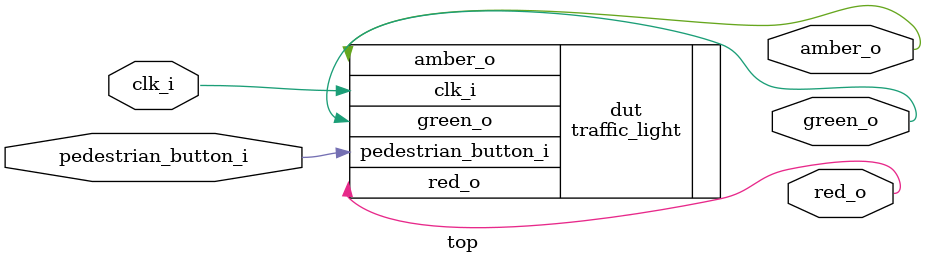
<source format=sv>
module top (
// input
input logic clk_i,
input logic pedestrian_button_i,
// output
output logic red_o,amber_o,green_o
);

traffic_light dut (
       .clk_i (clk_i),
       .pedestrian_button_i (pedestrian_button_i),
       .red_o (red_o),
       .amber_o(amber_o),
       .green_o(green_o)
     );
	endmodule : top

</source>
